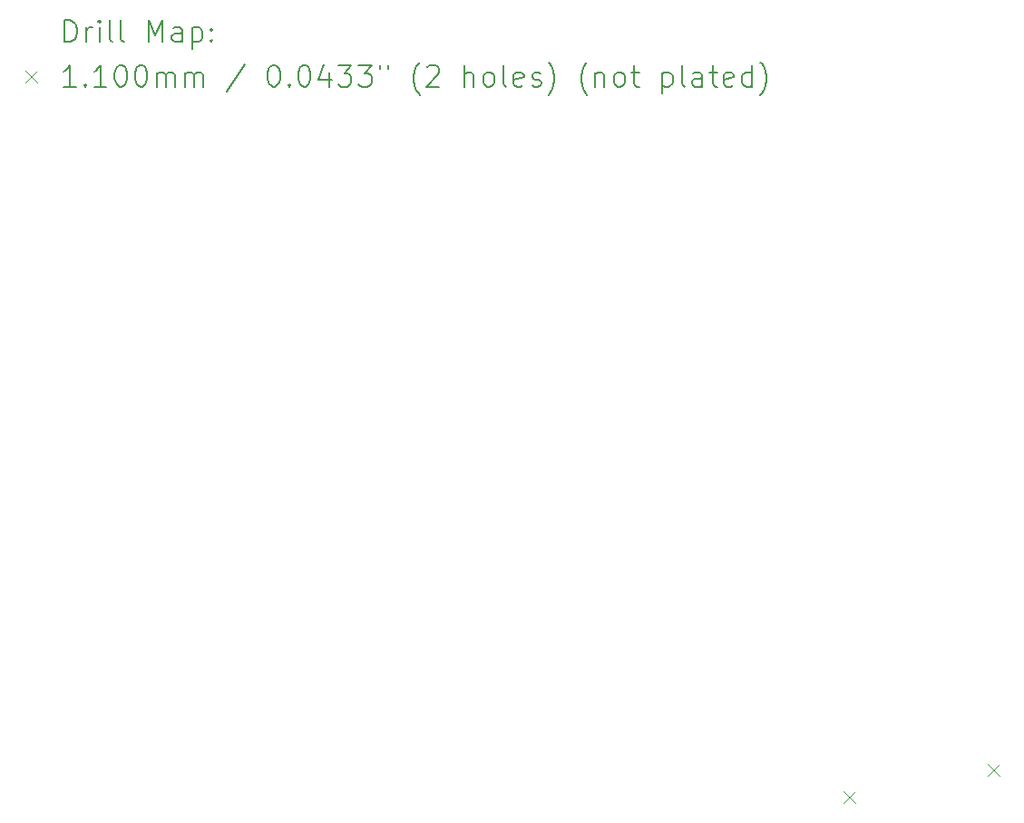
<source format=gbr>
%TF.GenerationSoftware,KiCad,Pcbnew,7.0.8*%
%TF.CreationDate,2024-01-23T15:03:54-05:00*%
%TF.ProjectId,SupervisoryCircuitPCB,53757065-7276-4697-936f-727943697263,rev?*%
%TF.SameCoordinates,Original*%
%TF.FileFunction,Drillmap*%
%TF.FilePolarity,Positive*%
%FSLAX45Y45*%
G04 Gerber Fmt 4.5, Leading zero omitted, Abs format (unit mm)*
G04 Created by KiCad (PCBNEW 7.0.8) date 2024-01-23 15:03:54*
%MOMM*%
%LPD*%
G01*
G04 APERTURE LIST*
%ADD10C,0.200000*%
%ADD11C,0.110000*%
G04 APERTURE END LIST*
D10*
D11*
X7527000Y-7311000D02*
X7637000Y-7421000D01*
X7637000Y-7311000D02*
X7527000Y-7421000D01*
X8873000Y-7057000D02*
X8983000Y-7167000D01*
X8983000Y-7057000D02*
X8873000Y-7167000D01*
D10*
X260777Y-311484D02*
X260777Y-111484D01*
X260777Y-111484D02*
X308396Y-111484D01*
X308396Y-111484D02*
X336967Y-121008D01*
X336967Y-121008D02*
X356015Y-140055D01*
X356015Y-140055D02*
X365539Y-159103D01*
X365539Y-159103D02*
X375062Y-197198D01*
X375062Y-197198D02*
X375062Y-225769D01*
X375062Y-225769D02*
X365539Y-263865D01*
X365539Y-263865D02*
X356015Y-282912D01*
X356015Y-282912D02*
X336967Y-301960D01*
X336967Y-301960D02*
X308396Y-311484D01*
X308396Y-311484D02*
X260777Y-311484D01*
X460777Y-311484D02*
X460777Y-178150D01*
X460777Y-216246D02*
X470301Y-197198D01*
X470301Y-197198D02*
X479824Y-187674D01*
X479824Y-187674D02*
X498872Y-178150D01*
X498872Y-178150D02*
X517920Y-178150D01*
X584586Y-311484D02*
X584586Y-178150D01*
X584586Y-111484D02*
X575063Y-121008D01*
X575063Y-121008D02*
X584586Y-130531D01*
X584586Y-130531D02*
X594110Y-121008D01*
X594110Y-121008D02*
X584586Y-111484D01*
X584586Y-111484D02*
X584586Y-130531D01*
X708396Y-311484D02*
X689348Y-301960D01*
X689348Y-301960D02*
X679824Y-282912D01*
X679824Y-282912D02*
X679824Y-111484D01*
X813158Y-311484D02*
X794110Y-301960D01*
X794110Y-301960D02*
X784586Y-282912D01*
X784586Y-282912D02*
X784586Y-111484D01*
X1041729Y-311484D02*
X1041729Y-111484D01*
X1041729Y-111484D02*
X1108396Y-254341D01*
X1108396Y-254341D02*
X1175063Y-111484D01*
X1175063Y-111484D02*
X1175063Y-311484D01*
X1356015Y-311484D02*
X1356015Y-206722D01*
X1356015Y-206722D02*
X1346491Y-187674D01*
X1346491Y-187674D02*
X1327444Y-178150D01*
X1327444Y-178150D02*
X1289348Y-178150D01*
X1289348Y-178150D02*
X1270301Y-187674D01*
X1356015Y-301960D02*
X1336967Y-311484D01*
X1336967Y-311484D02*
X1289348Y-311484D01*
X1289348Y-311484D02*
X1270301Y-301960D01*
X1270301Y-301960D02*
X1260777Y-282912D01*
X1260777Y-282912D02*
X1260777Y-263865D01*
X1260777Y-263865D02*
X1270301Y-244817D01*
X1270301Y-244817D02*
X1289348Y-235293D01*
X1289348Y-235293D02*
X1336967Y-235293D01*
X1336967Y-235293D02*
X1356015Y-225769D01*
X1451253Y-178150D02*
X1451253Y-378150D01*
X1451253Y-187674D02*
X1470301Y-178150D01*
X1470301Y-178150D02*
X1508396Y-178150D01*
X1508396Y-178150D02*
X1527443Y-187674D01*
X1527443Y-187674D02*
X1536967Y-197198D01*
X1536967Y-197198D02*
X1546491Y-216246D01*
X1546491Y-216246D02*
X1546491Y-273389D01*
X1546491Y-273389D02*
X1536967Y-292436D01*
X1536967Y-292436D02*
X1527443Y-301960D01*
X1527443Y-301960D02*
X1508396Y-311484D01*
X1508396Y-311484D02*
X1470301Y-311484D01*
X1470301Y-311484D02*
X1451253Y-301960D01*
X1632205Y-292436D02*
X1641729Y-301960D01*
X1641729Y-301960D02*
X1632205Y-311484D01*
X1632205Y-311484D02*
X1622682Y-301960D01*
X1622682Y-301960D02*
X1632205Y-292436D01*
X1632205Y-292436D02*
X1632205Y-311484D01*
X1632205Y-187674D02*
X1641729Y-197198D01*
X1641729Y-197198D02*
X1632205Y-206722D01*
X1632205Y-206722D02*
X1622682Y-197198D01*
X1622682Y-197198D02*
X1632205Y-187674D01*
X1632205Y-187674D02*
X1632205Y-206722D01*
D11*
X-110000Y-585000D02*
X0Y-695000D01*
X0Y-585000D02*
X-110000Y-695000D01*
D10*
X365539Y-731484D02*
X251253Y-731484D01*
X308396Y-731484D02*
X308396Y-531484D01*
X308396Y-531484D02*
X289348Y-560055D01*
X289348Y-560055D02*
X270301Y-579103D01*
X270301Y-579103D02*
X251253Y-588627D01*
X451253Y-712436D02*
X460777Y-721960D01*
X460777Y-721960D02*
X451253Y-731484D01*
X451253Y-731484D02*
X441729Y-721960D01*
X441729Y-721960D02*
X451253Y-712436D01*
X451253Y-712436D02*
X451253Y-731484D01*
X651253Y-731484D02*
X536967Y-731484D01*
X594110Y-731484D02*
X594110Y-531484D01*
X594110Y-531484D02*
X575063Y-560055D01*
X575063Y-560055D02*
X556015Y-579103D01*
X556015Y-579103D02*
X536967Y-588627D01*
X775062Y-531484D02*
X794110Y-531484D01*
X794110Y-531484D02*
X813158Y-541008D01*
X813158Y-541008D02*
X822682Y-550531D01*
X822682Y-550531D02*
X832205Y-569579D01*
X832205Y-569579D02*
X841729Y-607674D01*
X841729Y-607674D02*
X841729Y-655293D01*
X841729Y-655293D02*
X832205Y-693389D01*
X832205Y-693389D02*
X822682Y-712436D01*
X822682Y-712436D02*
X813158Y-721960D01*
X813158Y-721960D02*
X794110Y-731484D01*
X794110Y-731484D02*
X775062Y-731484D01*
X775062Y-731484D02*
X756015Y-721960D01*
X756015Y-721960D02*
X746491Y-712436D01*
X746491Y-712436D02*
X736967Y-693389D01*
X736967Y-693389D02*
X727443Y-655293D01*
X727443Y-655293D02*
X727443Y-607674D01*
X727443Y-607674D02*
X736967Y-569579D01*
X736967Y-569579D02*
X746491Y-550531D01*
X746491Y-550531D02*
X756015Y-541008D01*
X756015Y-541008D02*
X775062Y-531484D01*
X965539Y-531484D02*
X984586Y-531484D01*
X984586Y-531484D02*
X1003634Y-541008D01*
X1003634Y-541008D02*
X1013158Y-550531D01*
X1013158Y-550531D02*
X1022682Y-569579D01*
X1022682Y-569579D02*
X1032205Y-607674D01*
X1032205Y-607674D02*
X1032205Y-655293D01*
X1032205Y-655293D02*
X1022682Y-693389D01*
X1022682Y-693389D02*
X1013158Y-712436D01*
X1013158Y-712436D02*
X1003634Y-721960D01*
X1003634Y-721960D02*
X984586Y-731484D01*
X984586Y-731484D02*
X965539Y-731484D01*
X965539Y-731484D02*
X946491Y-721960D01*
X946491Y-721960D02*
X936967Y-712436D01*
X936967Y-712436D02*
X927443Y-693389D01*
X927443Y-693389D02*
X917920Y-655293D01*
X917920Y-655293D02*
X917920Y-607674D01*
X917920Y-607674D02*
X927443Y-569579D01*
X927443Y-569579D02*
X936967Y-550531D01*
X936967Y-550531D02*
X946491Y-541008D01*
X946491Y-541008D02*
X965539Y-531484D01*
X1117920Y-731484D02*
X1117920Y-598150D01*
X1117920Y-617198D02*
X1127444Y-607674D01*
X1127444Y-607674D02*
X1146491Y-598150D01*
X1146491Y-598150D02*
X1175063Y-598150D01*
X1175063Y-598150D02*
X1194110Y-607674D01*
X1194110Y-607674D02*
X1203634Y-626722D01*
X1203634Y-626722D02*
X1203634Y-731484D01*
X1203634Y-626722D02*
X1213158Y-607674D01*
X1213158Y-607674D02*
X1232205Y-598150D01*
X1232205Y-598150D02*
X1260777Y-598150D01*
X1260777Y-598150D02*
X1279825Y-607674D01*
X1279825Y-607674D02*
X1289348Y-626722D01*
X1289348Y-626722D02*
X1289348Y-731484D01*
X1384586Y-731484D02*
X1384586Y-598150D01*
X1384586Y-617198D02*
X1394110Y-607674D01*
X1394110Y-607674D02*
X1413158Y-598150D01*
X1413158Y-598150D02*
X1441729Y-598150D01*
X1441729Y-598150D02*
X1460777Y-607674D01*
X1460777Y-607674D02*
X1470301Y-626722D01*
X1470301Y-626722D02*
X1470301Y-731484D01*
X1470301Y-626722D02*
X1479824Y-607674D01*
X1479824Y-607674D02*
X1498872Y-598150D01*
X1498872Y-598150D02*
X1527443Y-598150D01*
X1527443Y-598150D02*
X1546491Y-607674D01*
X1546491Y-607674D02*
X1556015Y-626722D01*
X1556015Y-626722D02*
X1556015Y-731484D01*
X1946491Y-521960D02*
X1775063Y-779103D01*
X2203634Y-531484D02*
X2222682Y-531484D01*
X2222682Y-531484D02*
X2241729Y-541008D01*
X2241729Y-541008D02*
X2251253Y-550531D01*
X2251253Y-550531D02*
X2260777Y-569579D01*
X2260777Y-569579D02*
X2270301Y-607674D01*
X2270301Y-607674D02*
X2270301Y-655293D01*
X2270301Y-655293D02*
X2260777Y-693389D01*
X2260777Y-693389D02*
X2251253Y-712436D01*
X2251253Y-712436D02*
X2241729Y-721960D01*
X2241729Y-721960D02*
X2222682Y-731484D01*
X2222682Y-731484D02*
X2203634Y-731484D01*
X2203634Y-731484D02*
X2184587Y-721960D01*
X2184587Y-721960D02*
X2175063Y-712436D01*
X2175063Y-712436D02*
X2165539Y-693389D01*
X2165539Y-693389D02*
X2156015Y-655293D01*
X2156015Y-655293D02*
X2156015Y-607674D01*
X2156015Y-607674D02*
X2165539Y-569579D01*
X2165539Y-569579D02*
X2175063Y-550531D01*
X2175063Y-550531D02*
X2184587Y-541008D01*
X2184587Y-541008D02*
X2203634Y-531484D01*
X2356015Y-712436D02*
X2365539Y-721960D01*
X2365539Y-721960D02*
X2356015Y-731484D01*
X2356015Y-731484D02*
X2346491Y-721960D01*
X2346491Y-721960D02*
X2356015Y-712436D01*
X2356015Y-712436D02*
X2356015Y-731484D01*
X2489348Y-531484D02*
X2508396Y-531484D01*
X2508396Y-531484D02*
X2527444Y-541008D01*
X2527444Y-541008D02*
X2536968Y-550531D01*
X2536968Y-550531D02*
X2546491Y-569579D01*
X2546491Y-569579D02*
X2556015Y-607674D01*
X2556015Y-607674D02*
X2556015Y-655293D01*
X2556015Y-655293D02*
X2546491Y-693389D01*
X2546491Y-693389D02*
X2536968Y-712436D01*
X2536968Y-712436D02*
X2527444Y-721960D01*
X2527444Y-721960D02*
X2508396Y-731484D01*
X2508396Y-731484D02*
X2489348Y-731484D01*
X2489348Y-731484D02*
X2470301Y-721960D01*
X2470301Y-721960D02*
X2460777Y-712436D01*
X2460777Y-712436D02*
X2451253Y-693389D01*
X2451253Y-693389D02*
X2441729Y-655293D01*
X2441729Y-655293D02*
X2441729Y-607674D01*
X2441729Y-607674D02*
X2451253Y-569579D01*
X2451253Y-569579D02*
X2460777Y-550531D01*
X2460777Y-550531D02*
X2470301Y-541008D01*
X2470301Y-541008D02*
X2489348Y-531484D01*
X2727444Y-598150D02*
X2727444Y-731484D01*
X2679825Y-521960D02*
X2632206Y-664817D01*
X2632206Y-664817D02*
X2756015Y-664817D01*
X2813158Y-531484D02*
X2936967Y-531484D01*
X2936967Y-531484D02*
X2870301Y-607674D01*
X2870301Y-607674D02*
X2898872Y-607674D01*
X2898872Y-607674D02*
X2917920Y-617198D01*
X2917920Y-617198D02*
X2927444Y-626722D01*
X2927444Y-626722D02*
X2936967Y-645770D01*
X2936967Y-645770D02*
X2936967Y-693389D01*
X2936967Y-693389D02*
X2927444Y-712436D01*
X2927444Y-712436D02*
X2917920Y-721960D01*
X2917920Y-721960D02*
X2898872Y-731484D01*
X2898872Y-731484D02*
X2841729Y-731484D01*
X2841729Y-731484D02*
X2822682Y-721960D01*
X2822682Y-721960D02*
X2813158Y-712436D01*
X3003634Y-531484D02*
X3127444Y-531484D01*
X3127444Y-531484D02*
X3060777Y-607674D01*
X3060777Y-607674D02*
X3089348Y-607674D01*
X3089348Y-607674D02*
X3108396Y-617198D01*
X3108396Y-617198D02*
X3117920Y-626722D01*
X3117920Y-626722D02*
X3127444Y-645770D01*
X3127444Y-645770D02*
X3127444Y-693389D01*
X3127444Y-693389D02*
X3117920Y-712436D01*
X3117920Y-712436D02*
X3108396Y-721960D01*
X3108396Y-721960D02*
X3089348Y-731484D01*
X3089348Y-731484D02*
X3032206Y-731484D01*
X3032206Y-731484D02*
X3013158Y-721960D01*
X3013158Y-721960D02*
X3003634Y-712436D01*
X3203634Y-531484D02*
X3203634Y-569579D01*
X3279825Y-531484D02*
X3279825Y-569579D01*
X3575063Y-807674D02*
X3565539Y-798150D01*
X3565539Y-798150D02*
X3546491Y-769579D01*
X3546491Y-769579D02*
X3536968Y-750531D01*
X3536968Y-750531D02*
X3527444Y-721960D01*
X3527444Y-721960D02*
X3517920Y-674341D01*
X3517920Y-674341D02*
X3517920Y-636246D01*
X3517920Y-636246D02*
X3527444Y-588627D01*
X3527444Y-588627D02*
X3536968Y-560055D01*
X3536968Y-560055D02*
X3546491Y-541008D01*
X3546491Y-541008D02*
X3565539Y-512436D01*
X3565539Y-512436D02*
X3575063Y-502912D01*
X3641729Y-550531D02*
X3651253Y-541008D01*
X3651253Y-541008D02*
X3670301Y-531484D01*
X3670301Y-531484D02*
X3717920Y-531484D01*
X3717920Y-531484D02*
X3736968Y-541008D01*
X3736968Y-541008D02*
X3746491Y-550531D01*
X3746491Y-550531D02*
X3756015Y-569579D01*
X3756015Y-569579D02*
X3756015Y-588627D01*
X3756015Y-588627D02*
X3746491Y-617198D01*
X3746491Y-617198D02*
X3632206Y-731484D01*
X3632206Y-731484D02*
X3756015Y-731484D01*
X3994110Y-731484D02*
X3994110Y-531484D01*
X4079825Y-731484D02*
X4079825Y-626722D01*
X4079825Y-626722D02*
X4070301Y-607674D01*
X4070301Y-607674D02*
X4051253Y-598150D01*
X4051253Y-598150D02*
X4022682Y-598150D01*
X4022682Y-598150D02*
X4003634Y-607674D01*
X4003634Y-607674D02*
X3994110Y-617198D01*
X4203634Y-731484D02*
X4184587Y-721960D01*
X4184587Y-721960D02*
X4175063Y-712436D01*
X4175063Y-712436D02*
X4165539Y-693389D01*
X4165539Y-693389D02*
X4165539Y-636246D01*
X4165539Y-636246D02*
X4175063Y-617198D01*
X4175063Y-617198D02*
X4184587Y-607674D01*
X4184587Y-607674D02*
X4203634Y-598150D01*
X4203634Y-598150D02*
X4232206Y-598150D01*
X4232206Y-598150D02*
X4251253Y-607674D01*
X4251253Y-607674D02*
X4260777Y-617198D01*
X4260777Y-617198D02*
X4270301Y-636246D01*
X4270301Y-636246D02*
X4270301Y-693389D01*
X4270301Y-693389D02*
X4260777Y-712436D01*
X4260777Y-712436D02*
X4251253Y-721960D01*
X4251253Y-721960D02*
X4232206Y-731484D01*
X4232206Y-731484D02*
X4203634Y-731484D01*
X4384587Y-731484D02*
X4365539Y-721960D01*
X4365539Y-721960D02*
X4356015Y-702912D01*
X4356015Y-702912D02*
X4356015Y-531484D01*
X4536968Y-721960D02*
X4517920Y-731484D01*
X4517920Y-731484D02*
X4479825Y-731484D01*
X4479825Y-731484D02*
X4460777Y-721960D01*
X4460777Y-721960D02*
X4451253Y-702912D01*
X4451253Y-702912D02*
X4451253Y-626722D01*
X4451253Y-626722D02*
X4460777Y-607674D01*
X4460777Y-607674D02*
X4479825Y-598150D01*
X4479825Y-598150D02*
X4517920Y-598150D01*
X4517920Y-598150D02*
X4536968Y-607674D01*
X4536968Y-607674D02*
X4546492Y-626722D01*
X4546492Y-626722D02*
X4546492Y-645770D01*
X4546492Y-645770D02*
X4451253Y-664817D01*
X4622682Y-721960D02*
X4641730Y-731484D01*
X4641730Y-731484D02*
X4679825Y-731484D01*
X4679825Y-731484D02*
X4698873Y-721960D01*
X4698873Y-721960D02*
X4708396Y-702912D01*
X4708396Y-702912D02*
X4708396Y-693389D01*
X4708396Y-693389D02*
X4698873Y-674341D01*
X4698873Y-674341D02*
X4679825Y-664817D01*
X4679825Y-664817D02*
X4651253Y-664817D01*
X4651253Y-664817D02*
X4632206Y-655293D01*
X4632206Y-655293D02*
X4622682Y-636246D01*
X4622682Y-636246D02*
X4622682Y-626722D01*
X4622682Y-626722D02*
X4632206Y-607674D01*
X4632206Y-607674D02*
X4651253Y-598150D01*
X4651253Y-598150D02*
X4679825Y-598150D01*
X4679825Y-598150D02*
X4698873Y-607674D01*
X4775063Y-807674D02*
X4784587Y-798150D01*
X4784587Y-798150D02*
X4803634Y-769579D01*
X4803634Y-769579D02*
X4813158Y-750531D01*
X4813158Y-750531D02*
X4822682Y-721960D01*
X4822682Y-721960D02*
X4832206Y-674341D01*
X4832206Y-674341D02*
X4832206Y-636246D01*
X4832206Y-636246D02*
X4822682Y-588627D01*
X4822682Y-588627D02*
X4813158Y-560055D01*
X4813158Y-560055D02*
X4803634Y-541008D01*
X4803634Y-541008D02*
X4784587Y-512436D01*
X4784587Y-512436D02*
X4775063Y-502912D01*
X5136968Y-807674D02*
X5127444Y-798150D01*
X5127444Y-798150D02*
X5108396Y-769579D01*
X5108396Y-769579D02*
X5098873Y-750531D01*
X5098873Y-750531D02*
X5089349Y-721960D01*
X5089349Y-721960D02*
X5079825Y-674341D01*
X5079825Y-674341D02*
X5079825Y-636246D01*
X5079825Y-636246D02*
X5089349Y-588627D01*
X5089349Y-588627D02*
X5098873Y-560055D01*
X5098873Y-560055D02*
X5108396Y-541008D01*
X5108396Y-541008D02*
X5127444Y-512436D01*
X5127444Y-512436D02*
X5136968Y-502912D01*
X5213158Y-598150D02*
X5213158Y-731484D01*
X5213158Y-617198D02*
X5222682Y-607674D01*
X5222682Y-607674D02*
X5241730Y-598150D01*
X5241730Y-598150D02*
X5270301Y-598150D01*
X5270301Y-598150D02*
X5289349Y-607674D01*
X5289349Y-607674D02*
X5298873Y-626722D01*
X5298873Y-626722D02*
X5298873Y-731484D01*
X5422682Y-731484D02*
X5403634Y-721960D01*
X5403634Y-721960D02*
X5394111Y-712436D01*
X5394111Y-712436D02*
X5384587Y-693389D01*
X5384587Y-693389D02*
X5384587Y-636246D01*
X5384587Y-636246D02*
X5394111Y-617198D01*
X5394111Y-617198D02*
X5403634Y-607674D01*
X5403634Y-607674D02*
X5422682Y-598150D01*
X5422682Y-598150D02*
X5451254Y-598150D01*
X5451254Y-598150D02*
X5470301Y-607674D01*
X5470301Y-607674D02*
X5479825Y-617198D01*
X5479825Y-617198D02*
X5489349Y-636246D01*
X5489349Y-636246D02*
X5489349Y-693389D01*
X5489349Y-693389D02*
X5479825Y-712436D01*
X5479825Y-712436D02*
X5470301Y-721960D01*
X5470301Y-721960D02*
X5451254Y-731484D01*
X5451254Y-731484D02*
X5422682Y-731484D01*
X5546492Y-598150D02*
X5622682Y-598150D01*
X5575063Y-531484D02*
X5575063Y-702912D01*
X5575063Y-702912D02*
X5584587Y-721960D01*
X5584587Y-721960D02*
X5603634Y-731484D01*
X5603634Y-731484D02*
X5622682Y-731484D01*
X5841730Y-598150D02*
X5841730Y-798150D01*
X5841730Y-607674D02*
X5860777Y-598150D01*
X5860777Y-598150D02*
X5898873Y-598150D01*
X5898873Y-598150D02*
X5917920Y-607674D01*
X5917920Y-607674D02*
X5927444Y-617198D01*
X5927444Y-617198D02*
X5936968Y-636246D01*
X5936968Y-636246D02*
X5936968Y-693389D01*
X5936968Y-693389D02*
X5927444Y-712436D01*
X5927444Y-712436D02*
X5917920Y-721960D01*
X5917920Y-721960D02*
X5898873Y-731484D01*
X5898873Y-731484D02*
X5860777Y-731484D01*
X5860777Y-731484D02*
X5841730Y-721960D01*
X6051253Y-731484D02*
X6032206Y-721960D01*
X6032206Y-721960D02*
X6022682Y-702912D01*
X6022682Y-702912D02*
X6022682Y-531484D01*
X6213158Y-731484D02*
X6213158Y-626722D01*
X6213158Y-626722D02*
X6203634Y-607674D01*
X6203634Y-607674D02*
X6184587Y-598150D01*
X6184587Y-598150D02*
X6146492Y-598150D01*
X6146492Y-598150D02*
X6127444Y-607674D01*
X6213158Y-721960D02*
X6194111Y-731484D01*
X6194111Y-731484D02*
X6146492Y-731484D01*
X6146492Y-731484D02*
X6127444Y-721960D01*
X6127444Y-721960D02*
X6117920Y-702912D01*
X6117920Y-702912D02*
X6117920Y-683865D01*
X6117920Y-683865D02*
X6127444Y-664817D01*
X6127444Y-664817D02*
X6146492Y-655293D01*
X6146492Y-655293D02*
X6194111Y-655293D01*
X6194111Y-655293D02*
X6213158Y-645770D01*
X6279825Y-598150D02*
X6356015Y-598150D01*
X6308396Y-531484D02*
X6308396Y-702912D01*
X6308396Y-702912D02*
X6317920Y-721960D01*
X6317920Y-721960D02*
X6336968Y-731484D01*
X6336968Y-731484D02*
X6356015Y-731484D01*
X6498873Y-721960D02*
X6479825Y-731484D01*
X6479825Y-731484D02*
X6441730Y-731484D01*
X6441730Y-731484D02*
X6422682Y-721960D01*
X6422682Y-721960D02*
X6413158Y-702912D01*
X6413158Y-702912D02*
X6413158Y-626722D01*
X6413158Y-626722D02*
X6422682Y-607674D01*
X6422682Y-607674D02*
X6441730Y-598150D01*
X6441730Y-598150D02*
X6479825Y-598150D01*
X6479825Y-598150D02*
X6498873Y-607674D01*
X6498873Y-607674D02*
X6508396Y-626722D01*
X6508396Y-626722D02*
X6508396Y-645770D01*
X6508396Y-645770D02*
X6413158Y-664817D01*
X6679825Y-731484D02*
X6679825Y-531484D01*
X6679825Y-721960D02*
X6660777Y-731484D01*
X6660777Y-731484D02*
X6622682Y-731484D01*
X6622682Y-731484D02*
X6603634Y-721960D01*
X6603634Y-721960D02*
X6594111Y-712436D01*
X6594111Y-712436D02*
X6584587Y-693389D01*
X6584587Y-693389D02*
X6584587Y-636246D01*
X6584587Y-636246D02*
X6594111Y-617198D01*
X6594111Y-617198D02*
X6603634Y-607674D01*
X6603634Y-607674D02*
X6622682Y-598150D01*
X6622682Y-598150D02*
X6660777Y-598150D01*
X6660777Y-598150D02*
X6679825Y-607674D01*
X6756015Y-807674D02*
X6765539Y-798150D01*
X6765539Y-798150D02*
X6784587Y-769579D01*
X6784587Y-769579D02*
X6794111Y-750531D01*
X6794111Y-750531D02*
X6803634Y-721960D01*
X6803634Y-721960D02*
X6813158Y-674341D01*
X6813158Y-674341D02*
X6813158Y-636246D01*
X6813158Y-636246D02*
X6803634Y-588627D01*
X6803634Y-588627D02*
X6794111Y-560055D01*
X6794111Y-560055D02*
X6784587Y-541008D01*
X6784587Y-541008D02*
X6765539Y-512436D01*
X6765539Y-512436D02*
X6756015Y-502912D01*
M02*

</source>
